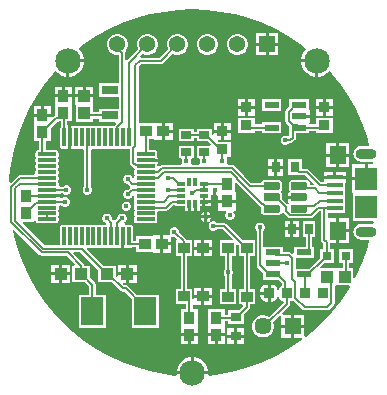
<source format=gbr>
G04*
G04 #@! TF.GenerationSoftware,Altium Limited,Altium Designer,23.3.1 (30)*
G04*
G04 Layer_Physical_Order=1*
G04 Layer_Color=255*
%FSLAX44Y44*%
%MOMM*%
G71*
G04*
G04 #@! TF.SameCoordinates,607B9DED-B9D6-4049-9DE7-3198A38A4F88*
G04*
G04*
G04 #@! TF.FilePolarity,Positive*
G04*
G01*
G75*
%ADD13C,0.1270*%
%ADD16R,0.9700X1.0400*%
G04:AMPARAMS|DCode=17|XSize=0.28mm|YSize=1.56mm|CornerRadius=0.042mm|HoleSize=0mm|Usage=FLASHONLY|Rotation=180.000|XOffset=0mm|YOffset=0mm|HoleType=Round|Shape=RoundedRectangle|*
%AMROUNDEDRECTD17*
21,1,0.2800,1.4760,0,0,180.0*
21,1,0.1960,1.5600,0,0,180.0*
1,1,0.0840,-0.0980,0.7380*
1,1,0.0840,0.0980,0.7380*
1,1,0.0840,0.0980,-0.7380*
1,1,0.0840,-0.0980,-0.7380*
%
%ADD17ROUNDEDRECTD17*%
G04:AMPARAMS|DCode=18|XSize=0.28mm|YSize=1.56mm|CornerRadius=0.042mm|HoleSize=0mm|Usage=FLASHONLY|Rotation=270.000|XOffset=0mm|YOffset=0mm|HoleType=Round|Shape=RoundedRectangle|*
%AMROUNDEDRECTD18*
21,1,0.2800,1.4760,0,0,270.0*
21,1,0.1960,1.5600,0,0,270.0*
1,1,0.0840,-0.7380,-0.0980*
1,1,0.0840,-0.7380,0.0980*
1,1,0.0840,0.7380,0.0980*
1,1,0.0840,0.7380,-0.0980*
%
%ADD18ROUNDEDRECTD18*%
%ADD19R,1.0400X0.9700*%
%ADD20R,1.2600X0.5800*%
G04:AMPARAMS|DCode=21|XSize=1.36mm|YSize=0.6mm|CornerRadius=0.045mm|HoleSize=0mm|Usage=FLASHONLY|Rotation=180.000|XOffset=0mm|YOffset=0mm|HoleType=Round|Shape=RoundedRectangle|*
%AMROUNDEDRECTD21*
21,1,1.3600,0.5100,0,0,180.0*
21,1,1.2700,0.6000,0,0,180.0*
1,1,0.0900,-0.6350,0.2550*
1,1,0.0900,0.6350,0.2550*
1,1,0.0900,0.6350,-0.2550*
1,1,0.0900,-0.6350,-0.2550*
%
%ADD21ROUNDEDRECTD21*%
%ADD22R,0.9700X0.9200*%
%ADD23R,1.0200X1.0400*%
%ADD24R,0.8000X0.8000*%
%ADD25R,1.4478X0.7620*%
%ADD26R,1.0400X1.0200*%
%ADD27R,1.0000X0.9000*%
%ADD28R,0.6500X0.9000*%
%ADD29R,1.2700X0.5588*%
%ADD30R,0.9000X0.6500*%
G04:AMPARAMS|DCode=31|XSize=0.93mm|YSize=0.93mm|CornerRadius=0.2325mm|HoleSize=0mm|Usage=FLASHONLY|Rotation=180.000|XOffset=0mm|YOffset=0mm|HoleType=Round|Shape=RoundedRectangle|*
%AMROUNDEDRECTD31*
21,1,0.9300,0.4650,0,0,180.0*
21,1,0.4650,0.9300,0,0,180.0*
1,1,0.4650,-0.2325,0.2325*
1,1,0.4650,0.2325,0.2325*
1,1,0.4650,0.2325,-0.2325*
1,1,0.4650,-0.2325,-0.2325*
%
%ADD31ROUNDEDRECTD31*%
%ADD32R,0.9300X0.7900*%
%ADD33R,0.7000X0.3000*%
%ADD34R,0.3000X0.7000*%
%ADD35R,1.9000X1.9000*%
%ADD36R,1.4000X1.6000*%
%ADD37R,1.3500X0.4000*%
%ADD38R,0.7900X0.9300*%
%ADD39R,1.9000X2.4000*%
%ADD40R,1.1000X1.0000*%
%ADD74R,1.4500X1.4500*%
%ADD75C,1.4500*%
%ADD76O,1.8000X0.9000*%
%ADD77C,0.5000*%
%ADD78R,1.3700X1.3700*%
%ADD79C,1.3700*%
%ADD80C,0.4064*%
%ADD81C,2.1590*%
G36*
X266196Y408962D02*
X278316Y407527D01*
X290287Y405146D01*
X302034Y401833D01*
X313485Y397609D01*
X324569Y392499D01*
X335218Y386535D01*
X345366Y379754D01*
X349748Y376299D01*
X349823Y375032D01*
X348739Y373948D01*
X346984Y370907D01*
X346075Y367516D01*
Y367030D01*
X359410D01*
Y365760D01*
X360680D01*
Y352425D01*
X361166D01*
X364557Y353334D01*
X367598Y355089D01*
X369274Y356765D01*
X370544Y356740D01*
X372198Y354951D01*
X379754Y345366D01*
X386535Y335218D01*
X392499Y324569D01*
X397609Y313485D01*
X401833Y302034D01*
X403929Y294601D01*
X403163Y293588D01*
X396900D01*
X395195Y293364D01*
X393606Y292706D01*
X392241Y291659D01*
X391194Y290294D01*
X390536Y288705D01*
X390312Y287000D01*
X390536Y285295D01*
X391194Y283706D01*
X392241Y282341D01*
X393606Y281294D01*
X395195Y280636D01*
X396900Y280412D01*
X405900D01*
X407079Y280567D01*
X407329Y279310D01*
X406301Y278040D01*
X402670D01*
Y266000D01*
X401400D01*
Y264730D01*
X389360D01*
Y253960D01*
X389360D01*
X389868Y253532D01*
Y230468D01*
X406640D01*
X407430Y229198D01*
X407079Y227433D01*
X405900Y227588D01*
X396900D01*
X395195Y227364D01*
X393606Y226706D01*
X392241Y225659D01*
X391194Y224294D01*
X390536Y222705D01*
X390312Y221000D01*
X390536Y219295D01*
X391194Y217706D01*
X392241Y216341D01*
X393606Y215294D01*
X395195Y214636D01*
X396900Y214412D01*
X403163D01*
X403929Y213399D01*
X401833Y205966D01*
X397609Y194515D01*
X392499Y183431D01*
X391530Y181702D01*
X390301Y182022D01*
Y189964D01*
X386889D01*
Y194628D01*
X390202D01*
Y206692D01*
X378138D01*
Y194628D01*
X381451D01*
Y189964D01*
X375837D01*
Y189964D01*
X375601D01*
Y189964D01*
X362484D01*
X361958Y191234D01*
X365352Y194628D01*
X373702D01*
Y206692D01*
X370389D01*
Y211460D01*
X375630D01*
Y222000D01*
Y232540D01*
X368479D01*
Y236968D01*
X383432D01*
Y243468D01*
Y249968D01*
Y262460D01*
X383940D01*
Y265730D01*
X374650D01*
X365360D01*
Y263219D01*
X363059D01*
X352780Y273498D01*
X351898Y274087D01*
X350858Y274294D01*
X346922D01*
Y282272D01*
X334958D01*
Y268908D01*
X343992D01*
X344255Y268856D01*
X349731D01*
X356823Y261764D01*
X356297Y260494D01*
X353371D01*
Y262240D01*
X353178Y263208D01*
X352629Y264029D01*
X351808Y264578D01*
X350840Y264771D01*
X338140D01*
X337172Y264578D01*
X336351Y264029D01*
X335802Y263208D01*
X335609Y262240D01*
Y257140D01*
X335802Y256172D01*
X336351Y255351D01*
X336051Y254940D01*
X335984Y254896D01*
X335323Y253907D01*
X335091Y252740D01*
Y251460D01*
X344490D01*
Y248920D01*
X335091D01*
Y247640D01*
X335323Y246473D01*
X335808Y245749D01*
X335582Y244826D01*
X335455Y244778D01*
X334137Y244697D01*
X329871Y248963D01*
Y252740D01*
X329678Y253708D01*
X329129Y254529D01*
Y255351D01*
X329678Y256172D01*
X329871Y257140D01*
Y262240D01*
X329678Y263208D01*
X329129Y264029D01*
X328308Y264578D01*
X327340Y264771D01*
X314640D01*
X313672Y264578D01*
X312851Y264029D01*
X312302Y263208D01*
X312143Y262409D01*
X303636D01*
X297823Y268222D01*
X297707Y268807D01*
X297117Y269690D01*
X289802Y277005D01*
X288920Y277594D01*
X287880Y277801D01*
X283938D01*
X283137Y279071D01*
X283464Y279862D01*
Y281478D01*
X282917Y282798D01*
X283199Y283525D01*
X283545Y284068D01*
X286282D01*
Y297332D01*
X275644D01*
X275298Y297790D01*
X275930Y299060D01*
X278130D01*
Y304930D01*
X272010D01*
Y303550D01*
X270740Y302872D01*
X270692Y302904D01*
Y308442D01*
X257628D01*
Y305879D01*
X255452D01*
Y308442D01*
X242388D01*
Y297878D01*
X255452D01*
Y300441D01*
X257628D01*
Y297878D01*
X266512D01*
X266775Y297826D01*
X266775Y297826D01*
X266909D01*
X269522Y295212D01*
X268996Y293942D01*
X257628D01*
Y283378D01*
X259508D01*
X260357Y282108D01*
X260096Y281478D01*
Y279862D01*
X260423Y279071D01*
X259622Y277801D01*
X253458D01*
X252657Y279071D01*
X252984Y279862D01*
Y281478D01*
X252723Y282108D01*
X253572Y283378D01*
X255452D01*
Y293942D01*
X242388D01*
Y283378D01*
X244268D01*
X245117Y282108D01*
X244856Y281478D01*
Y279862D01*
X245183Y279071D01*
X244382Y277801D01*
X228092D01*
X228092Y277801D01*
X227051Y277594D01*
X226169Y277005D01*
X226169Y277005D01*
X225670Y276506D01*
X224400Y277032D01*
Y277560D01*
X224210Y278517D01*
X224139Y278623D01*
X224688Y279445D01*
X224860Y280310D01*
X214520D01*
Y282850D01*
X224860D01*
X224688Y283715D01*
X224139Y284537D01*
X224210Y284643D01*
X224400Y285600D01*
Y287560D01*
X224210Y288517D01*
X223668Y289328D01*
X222857Y289870D01*
X221900Y290060D01*
X217239D01*
Y299188D01*
X221770D01*
Y298680D01*
X228240D01*
Y306070D01*
Y313460D01*
X221770D01*
Y312952D01*
X208459D01*
Y360824D01*
X210676Y363041D01*
X227330D01*
X228371Y363248D01*
X229253Y363837D01*
X237236Y371820D01*
X237872Y371453D01*
X240131Y370848D01*
X242469D01*
X244728Y371453D01*
X246754Y372623D01*
X248407Y374276D01*
X249577Y376302D01*
X250182Y378561D01*
Y380899D01*
X249577Y383158D01*
X248407Y385184D01*
X246754Y386837D01*
X244728Y388007D01*
X242469Y388612D01*
X240131D01*
X237872Y388007D01*
X235846Y386837D01*
X234193Y385184D01*
X233023Y383158D01*
X232418Y380899D01*
Y378561D01*
X233023Y376302D01*
X233390Y375666D01*
X226204Y368479D01*
X210291D01*
X209765Y369749D01*
X211836Y371820D01*
X212472Y371453D01*
X214731Y370848D01*
X217069D01*
X219328Y371453D01*
X221354Y372623D01*
X223007Y374276D01*
X224177Y376302D01*
X224782Y378561D01*
Y380899D01*
X224177Y383158D01*
X223007Y385184D01*
X221354Y386837D01*
X219328Y388007D01*
X217069Y388612D01*
X214731D01*
X212472Y388007D01*
X210446Y386837D01*
X208793Y385184D01*
X207623Y383158D01*
X207018Y380899D01*
Y378561D01*
X207623Y376302D01*
X207990Y375666D01*
X198448Y366124D01*
X197831Y366227D01*
X197178Y366584D01*
Y372408D01*
X196971Y373448D01*
X196894Y373563D01*
X197607Y374276D01*
X198777Y376302D01*
X199382Y378561D01*
Y380899D01*
X198777Y383158D01*
X197607Y385184D01*
X195954Y386837D01*
X193928Y388007D01*
X191669Y388612D01*
X189331D01*
X187072Y388007D01*
X185046Y386837D01*
X183393Y385184D01*
X182223Y383158D01*
X181618Y380899D01*
Y378561D01*
X182223Y376302D01*
X183393Y374276D01*
X185046Y372623D01*
X187072Y371453D01*
X189331Y370848D01*
X191669D01*
X191740Y370794D01*
Y346710D01*
X174879D01*
Y335026D01*
X191740D01*
Y325374D01*
X174879D01*
Y322251D01*
X169692D01*
Y328540D01*
X170200D01*
Y335010D01*
X162560D01*
X154920D01*
Y328540D01*
X155428D01*
Y314348D01*
X169692D01*
Y316813D01*
X174879D01*
Y313690D01*
X188805D01*
X189291Y312517D01*
X188491Y311717D01*
X187902Y310835D01*
X187157Y310570D01*
X186200Y310760D01*
X184240D01*
X183283Y310570D01*
X182720Y310193D01*
X182157Y310570D01*
X181200Y310760D01*
X179240D01*
X178283Y310570D01*
X177720Y310193D01*
X177157Y310570D01*
X176200Y310760D01*
X174240D01*
X173283Y310570D01*
X172720Y310193D01*
X172157Y310570D01*
X171200Y310760D01*
X169240D01*
X168283Y310570D01*
X167720Y310193D01*
X167157Y310570D01*
X166200Y310760D01*
X164240D01*
X163283Y310570D01*
X162720Y310193D01*
X162157Y310570D01*
X161200Y310760D01*
X159240D01*
X158283Y310570D01*
X157720Y310193D01*
X157157Y310570D01*
X156200Y310760D01*
X154240D01*
X153283Y310570D01*
X153177Y310499D01*
X152355Y311048D01*
X151490Y311220D01*
Y300880D01*
Y290540D01*
X152355Y290712D01*
X153177Y291261D01*
X153283Y291190D01*
X154240Y291000D01*
X156200D01*
X157157Y291190D01*
X157720Y291567D01*
X158283Y291190D01*
X159240Y291000D01*
X161200D01*
X162381Y289940D01*
Y259568D01*
X161655Y258842D01*
X161036Y257348D01*
Y255732D01*
X161655Y254238D01*
X162798Y253095D01*
X164292Y252476D01*
X165908D01*
X167402Y253095D01*
X168545Y254238D01*
X169164Y255732D01*
Y257348D01*
X168545Y258842D01*
X167819Y259568D01*
Y290089D01*
X169089Y291030D01*
X169240Y291000D01*
X171200D01*
X172157Y291190D01*
X172720Y291567D01*
X173283Y291190D01*
X174240Y291000D01*
X176200D01*
X177157Y291190D01*
X177720Y291567D01*
X178283Y291190D01*
X179240Y291000D01*
X181200D01*
X182157Y291190D01*
X182720Y291567D01*
X183283Y291190D01*
X184240Y291000D01*
X186200D01*
X187157Y291190D01*
X187720Y291567D01*
X188283Y291190D01*
X189240Y291000D01*
X191200D01*
X192157Y291190D01*
X192720Y291567D01*
X193283Y291190D01*
X194240Y291000D01*
X196200D01*
X197157Y291190D01*
X197720Y291567D01*
X198283Y291190D01*
X199240Y291000D01*
X201200D01*
X201334Y290890D01*
Y279321D01*
X201541Y278281D01*
X202130Y277398D01*
X204107Y275422D01*
X204107Y275422D01*
X204762Y274984D01*
X204830Y274643D01*
X205207Y274080D01*
X204830Y273517D01*
X204640Y272560D01*
Y270600D01*
X204830Y269643D01*
X205207Y269080D01*
X204830Y268517D01*
X204640Y267560D01*
Y266441D01*
X203454Y266238D01*
X202835Y267732D01*
X201692Y268875D01*
X200198Y269494D01*
X198582D01*
X197088Y268875D01*
X195945Y267732D01*
X195326Y266238D01*
Y264622D01*
X195945Y263128D01*
X197088Y261985D01*
X198582Y261366D01*
X199608D01*
X201094Y259881D01*
X201224Y259080D01*
X201094Y258279D01*
X199608Y256794D01*
X198582D01*
X197088Y256175D01*
X195945Y255032D01*
X195326Y253538D01*
Y251922D01*
X195945Y250428D01*
X197088Y249285D01*
X198582Y248666D01*
X200198D01*
X201692Y249285D01*
X202835Y250428D01*
X203454Y251922D01*
X204640Y251719D01*
Y250600D01*
X204830Y249643D01*
X205207Y249080D01*
X204830Y248517D01*
X204640Y247560D01*
Y245600D01*
X204830Y244643D01*
X205207Y244080D01*
X204830Y243517D01*
X204640Y242560D01*
Y240600D01*
X204830Y239643D01*
X205207Y239080D01*
X204830Y238517D01*
X204640Y237560D01*
Y235600D01*
X204830Y234643D01*
X205207Y234080D01*
X204830Y233517D01*
X204640Y232560D01*
Y230600D01*
X204830Y229643D01*
X205372Y228832D01*
X206183Y228290D01*
X207140Y228100D01*
X221900D01*
X222857Y228290D01*
X223668Y228832D01*
X224210Y229643D01*
X224400Y230600D01*
Y232560D01*
X224210Y233517D01*
X223833Y234080D01*
X224210Y234643D01*
X224400Y235600D01*
Y237560D01*
X224394Y237591D01*
X225391Y238861D01*
X231420D01*
X232461Y239068D01*
X233343Y239657D01*
X237466Y243781D01*
X238968D01*
Y242968D01*
X247460D01*
Y238460D01*
X250230D01*
Y244500D01*
X252770D01*
Y238460D01*
X255230D01*
Y244500D01*
X257770D01*
Y238460D01*
X260540D01*
Y242460D01*
X262230D01*
Y246500D01*
X263500D01*
Y247770D01*
X269540D01*
Y251925D01*
X270810Y252519D01*
X271780Y252117D01*
Y256540D01*
X274320D01*
Y252117D01*
X274550Y252213D01*
X275820Y251364D01*
Y248010D01*
X283210D01*
X290600D01*
Y254480D01*
X290092D01*
Y261933D01*
X291265Y262419D01*
X311084Y242600D01*
X311966Y242011D01*
X312038Y241996D01*
X312109Y241925D01*
Y238140D01*
X312302Y237172D01*
X312851Y236351D01*
X313672Y235802D01*
X314640Y235609D01*
X327340D01*
X328308Y235802D01*
X329129Y236351D01*
X329561Y236996D01*
X330373Y237170D01*
X330972Y237169D01*
X331204Y236823D01*
X334926Y233100D01*
X335808Y232511D01*
X336849Y232304D01*
X336849Y232304D01*
X354010D01*
X355051Y232511D01*
X355933Y233100D01*
X361114Y238281D01*
X363041D01*
Y214368D01*
X363248Y213328D01*
X363837Y212446D01*
X364951Y211332D01*
Y206692D01*
X361638D01*
Y198606D01*
X352770Y189738D01*
X341456D01*
Y198509D01*
X341762Y198882D01*
X356616D01*
Y208534D01*
X355409D01*
Y216988D01*
X357972D01*
Y230052D01*
X347408D01*
Y216988D01*
X349971D01*
Y208534D01*
X339852D01*
Y202899D01*
X338679Y202412D01*
X337619Y203472D01*
X336737Y204061D01*
X335697Y204268D01*
X330708D01*
Y208534D01*
X313944D01*
X313869Y209773D01*
Y221762D01*
X314595Y222488D01*
X315214Y223982D01*
Y225598D01*
X314595Y227092D01*
X313452Y228235D01*
X311958Y228854D01*
X310342D01*
X308848Y228235D01*
X307705Y227092D01*
X307086Y225598D01*
Y223982D01*
X307705Y222488D01*
X308431Y221762D01*
Y192532D01*
X308638Y191491D01*
X309227Y190609D01*
X313944Y185892D01*
Y180086D01*
X326862D01*
X329481Y177468D01*
Y175082D01*
X328424Y174376D01*
X327461Y172935D01*
X327296Y172109D01*
X326002D01*
X325798Y173133D01*
X324722Y174742D01*
X323113Y175818D01*
X321215Y176195D01*
X320160D01*
Y168910D01*
Y161625D01*
X321215D01*
X323113Y162002D01*
X324722Y163078D01*
X325798Y164687D01*
X326002Y165711D01*
X327296D01*
X327461Y164885D01*
X328424Y163444D01*
X329865Y162481D01*
X331048Y162246D01*
X331169Y161024D01*
X318852Y148708D01*
X317273Y149619D01*
X314912Y150252D01*
X312468D01*
X310107Y149619D01*
X307991Y148397D01*
X306263Y146669D01*
X305041Y144553D01*
X304408Y142192D01*
Y139748D01*
X305041Y137387D01*
X306263Y135271D01*
X307991Y133543D01*
X310107Y132321D01*
X312468Y131688D01*
X314912D01*
X317273Y132321D01*
X319389Y133543D01*
X321117Y135271D01*
X322339Y137387D01*
X322972Y139748D01*
Y142192D01*
X322350Y144514D01*
X328030Y150194D01*
X329300Y149668D01*
Y142240D01*
X337820D01*
Y150760D01*
X330392D01*
X329866Y152030D01*
X335813Y157977D01*
X335813Y157977D01*
X336402Y158859D01*
X336609Y159900D01*
Y162221D01*
X337915Y162481D01*
X339311Y163414D01*
X347168Y155557D01*
X348050Y154968D01*
X349090Y154761D01*
X368300D01*
X369341Y154968D01*
X370223Y155557D01*
X373610Y158944D01*
X374199Y159826D01*
X374406Y160867D01*
Y175519D01*
X375601Y175700D01*
X375837D01*
Y175700D01*
X386913D01*
X387556Y174604D01*
X386535Y172782D01*
X379754Y162634D01*
X372198Y153049D01*
X363913Y144087D01*
X354951Y135802D01*
X350150Y132017D01*
X348880Y132633D01*
Y139700D01*
X340360D01*
Y131180D01*
X347037D01*
X347477Y129910D01*
X345366Y128246D01*
X335218Y121465D01*
X324569Y115501D01*
X313485Y110391D01*
X302034Y106167D01*
X290287Y102854D01*
X278316Y100473D01*
X268378Y99297D01*
X267445Y100330D01*
X240555D01*
X239622Y99297D01*
X229684Y100473D01*
X217713Y102854D01*
X205966Y106167D01*
X194515Y110391D01*
X183431Y115501D01*
X172782Y121465D01*
X162634Y128246D01*
X153049Y135802D01*
X144087Y144087D01*
X135802Y153049D01*
X128246Y162634D01*
X121465Y172782D01*
X115501Y183431D01*
X110391Y194515D01*
X106167Y205966D01*
X102854Y217713D01*
X101931Y222353D01*
X103051Y222952D01*
X124415Y201588D01*
X125297Y200999D01*
X126338Y200792D01*
X147318D01*
X154484Y193625D01*
X153998Y192452D01*
X152098D01*
Y178388D01*
X163316D01*
X166551Y175154D01*
Y167702D01*
X157738D01*
Y139638D01*
X180802D01*
Y167702D01*
X171989D01*
Y176280D01*
X171782Y177321D01*
X171193Y178203D01*
X171193Y178203D01*
X167162Y182234D01*
Y192452D01*
X162324D01*
X162142Y193366D01*
X161553Y194248D01*
X152880Y202920D01*
X153366Y204094D01*
X158981D01*
X174468Y188606D01*
Y178388D01*
X185686D01*
X192952Y171122D01*
X192952Y171122D01*
X193834Y170533D01*
X194875Y170326D01*
X194875Y170326D01*
X196269D01*
X202738Y163856D01*
Y139638D01*
X225802D01*
Y167702D01*
X206584D01*
X199318Y174968D01*
X198436Y175557D01*
X197395Y175764D01*
X196001D01*
X195059Y176707D01*
X195545Y177880D01*
X197730D01*
Y184150D01*
X190960D01*
Y183821D01*
X189690Y183143D01*
X189532Y183248D01*
Y192452D01*
X178314D01*
X164636Y206130D01*
X165162Y207400D01*
X166200D01*
X167157Y207590D01*
X167720Y207967D01*
X168283Y207590D01*
X169240Y207400D01*
X171200D01*
X172157Y207590D01*
X172720Y207967D01*
X173283Y207590D01*
X174240Y207400D01*
X176200D01*
X177157Y207590D01*
X177720Y207967D01*
X178283Y207590D01*
X179240Y207400D01*
X181200D01*
X182157Y207590D01*
X182720Y207967D01*
X183283Y207590D01*
X184240Y207400D01*
X186200D01*
X187157Y207590D01*
X187720Y207967D01*
X188283Y207590D01*
X189240Y207400D01*
X191200D01*
X192157Y207590D01*
X192263Y207661D01*
X193085Y207112D01*
X193950Y206940D01*
Y217280D01*
X196490D01*
Y206940D01*
X197355Y207112D01*
X198177Y207661D01*
X198283Y207590D01*
X199240Y207400D01*
X201200D01*
X202157Y207590D01*
X202921Y208101D01*
X206488D01*
Y203938D01*
X220500D01*
Y203430D01*
X226970D01*
Y210820D01*
X228240D01*
D01*
X226970D01*
Y218210D01*
X220500D01*
Y217702D01*
X206488D01*
Y213539D01*
X203700D01*
Y224660D01*
X203510Y225617D01*
X202968Y226428D01*
X202157Y226970D01*
X201200Y227160D01*
X199240D01*
X198283Y226970D01*
X198177Y226899D01*
X197355Y227448D01*
X196622Y227594D01*
X196492Y228915D01*
X196612Y228965D01*
X197755Y230108D01*
X198374Y231602D01*
Y233218D01*
X197755Y234712D01*
X196612Y235855D01*
X195118Y236474D01*
X193502D01*
X192008Y235855D01*
X190865Y234712D01*
X190246Y233218D01*
Y232192D01*
X188713Y230659D01*
X187325Y230647D01*
X187152Y230719D01*
X187111Y230754D01*
X185674Y232192D01*
Y233218D01*
X185055Y234712D01*
X183912Y235855D01*
X182418Y236474D01*
X180802D01*
X179308Y235855D01*
X178165Y234712D01*
X177546Y233218D01*
Y231602D01*
X178165Y230108D01*
X179308Y228965D01*
X180802Y228346D01*
X180599Y227160D01*
X179240D01*
X178283Y226970D01*
X177720Y226593D01*
X177157Y226970D01*
X176200Y227160D01*
X174240D01*
X173283Y226970D01*
X172720Y226593D01*
X172157Y226970D01*
X171200Y227160D01*
X169240D01*
X168283Y226970D01*
X167720Y226593D01*
X167157Y226970D01*
X166200Y227160D01*
X164240D01*
X163283Y226970D01*
X162720Y226593D01*
X162157Y226970D01*
X161200Y227160D01*
X159240D01*
X158283Y226970D01*
X157720Y226593D01*
X157157Y226970D01*
X156200Y227160D01*
X154240D01*
X153283Y226970D01*
X152720Y226593D01*
X152157Y226970D01*
X151200Y227160D01*
X149240D01*
X148283Y226970D01*
X147720Y226593D01*
X147157Y226970D01*
X146200Y227160D01*
X144240D01*
X143283Y226970D01*
X142472Y226428D01*
X141930Y225617D01*
X141740Y224660D01*
Y209900D01*
X141438Y209532D01*
X128832D01*
X110189Y228175D01*
X110675Y229348D01*
X119912D01*
Y229761D01*
X121182Y229886D01*
X121230Y229643D01*
X121772Y228832D01*
X122583Y228290D01*
X123540Y228100D01*
X138300D01*
X139257Y228290D01*
X140068Y228832D01*
X140610Y229643D01*
X140800Y230600D01*
Y232560D01*
X140610Y233517D01*
X140233Y234080D01*
X140610Y234643D01*
X140800Y235600D01*
Y237560D01*
X140610Y238517D01*
X140233Y239080D01*
X140610Y239643D01*
X140800Y240600D01*
Y242560D01*
X141717Y243603D01*
X143052Y243631D01*
X143748Y242935D01*
X145242Y242316D01*
X146858D01*
X148352Y242935D01*
X149495Y244078D01*
X150114Y245572D01*
Y247188D01*
X149495Y248682D01*
X148352Y249825D01*
X146858Y250444D01*
X145242D01*
X143748Y249825D01*
X143458Y249536D01*
X142113Y249586D01*
X141532Y250310D01*
X130920D01*
Y252850D01*
X141545D01*
X142358Y253841D01*
X144272D01*
X145018Y253095D01*
X146512Y252476D01*
X148128D01*
X149622Y253095D01*
X150765Y254238D01*
X151384Y255732D01*
Y257348D01*
X150765Y258842D01*
X149622Y259985D01*
X148128Y260604D01*
X146512D01*
X145018Y259985D01*
X144312Y259279D01*
X141778D01*
X140790Y260549D01*
X140800Y260600D01*
Y262560D01*
X140610Y263517D01*
X140233Y264080D01*
X140610Y264643D01*
X140800Y265600D01*
Y267560D01*
X140610Y268517D01*
X140233Y269080D01*
X140610Y269643D01*
X140800Y270600D01*
Y272560D01*
X140610Y273517D01*
X140233Y274080D01*
X140610Y274643D01*
X140800Y275600D01*
Y277560D01*
X140610Y278517D01*
X140233Y279080D01*
X140610Y279643D01*
X140800Y280600D01*
Y282560D01*
X140610Y283517D01*
X140233Y284080D01*
X140610Y284643D01*
X140800Y285600D01*
Y287560D01*
X140610Y288517D01*
X140068Y289328D01*
X139257Y289870D01*
X138300Y290060D01*
X129719D01*
Y297928D01*
X133882D01*
Y308546D01*
X139721Y314386D01*
X140575D01*
X140838Y314438D01*
X142501D01*
Y310047D01*
X142472Y310028D01*
X141930Y309217D01*
X141740Y308260D01*
Y293500D01*
X141930Y292543D01*
X142472Y291732D01*
X143283Y291190D01*
X144240Y291000D01*
X146200D01*
X147157Y291190D01*
X147263Y291261D01*
X148085Y290712D01*
X148950Y290540D01*
Y300880D01*
Y311485D01*
X147939Y312314D01*
Y314438D01*
X151662D01*
Y328450D01*
X152170D01*
Y334920D01*
X144780D01*
X137390D01*
Y328450D01*
X137898D01*
Y319686D01*
X137554Y319617D01*
X136672Y319028D01*
X136672Y319028D01*
X135563Y317919D01*
X134390Y318405D01*
Y318410D01*
X127000D01*
X119610D01*
Y311940D01*
X120118D01*
Y297928D01*
X124281D01*
Y290060D01*
X123540D01*
X122583Y289870D01*
X121772Y289328D01*
X121230Y288517D01*
X121040Y287560D01*
Y285600D01*
X121230Y284643D01*
X121607Y284080D01*
X121230Y283517D01*
X121040Y282560D01*
Y280600D01*
X121230Y279643D01*
X121607Y279080D01*
X121230Y278517D01*
X121040Y277560D01*
Y275600D01*
X121230Y274643D01*
X121607Y274080D01*
X121230Y273517D01*
X121040Y272560D01*
Y270600D01*
X121046Y270569D01*
X120049Y269299D01*
X108240D01*
X107200Y269092D01*
X106318Y268503D01*
X100158Y262343D01*
X98908Y262890D01*
X99038Y266196D01*
X100473Y278316D01*
X102854Y290287D01*
X106167Y302034D01*
X110391Y313485D01*
X115501Y324569D01*
X121465Y335218D01*
X128246Y345366D01*
X135802Y354951D01*
X137456Y356740D01*
X138726Y356765D01*
X140402Y355089D01*
X143443Y353334D01*
X146834Y352425D01*
X147320D01*
Y365760D01*
X148590D01*
Y367030D01*
X161925D01*
Y367516D01*
X161016Y370907D01*
X159261Y373948D01*
X158177Y375032D01*
X158252Y376299D01*
X162634Y379754D01*
X172782Y386535D01*
X183431Y392499D01*
X194515Y397609D01*
X205966Y401833D01*
X217713Y405146D01*
X229684Y407527D01*
X241804Y408962D01*
X254000Y409441D01*
X266196Y408962D01*
D02*
G37*
%LPC*%
G36*
X326890Y389120D02*
X318770D01*
Y381000D01*
X326890D01*
Y389120D01*
D02*
G37*
G36*
X316230D02*
X308110D01*
Y381000D01*
X316230D01*
Y389120D01*
D02*
G37*
G36*
X293269Y388612D02*
X290931D01*
X288672Y388007D01*
X286646Y386837D01*
X284993Y385184D01*
X283823Y383158D01*
X283218Y380899D01*
Y378561D01*
X283823Y376302D01*
X284993Y374276D01*
X286646Y372623D01*
X288672Y371453D01*
X290931Y370848D01*
X293269D01*
X295528Y371453D01*
X297554Y372623D01*
X299207Y374276D01*
X300377Y376302D01*
X300982Y378561D01*
Y380899D01*
X300377Y383158D01*
X299207Y385184D01*
X297554Y386837D01*
X295528Y388007D01*
X293269Y388612D01*
D02*
G37*
G36*
X267869D02*
X265531D01*
X263272Y388007D01*
X261246Y386837D01*
X259593Y385184D01*
X258423Y383158D01*
X257818Y380899D01*
Y378561D01*
X258423Y376302D01*
X259593Y374276D01*
X261246Y372623D01*
X263272Y371453D01*
X265531Y370848D01*
X267869D01*
X270128Y371453D01*
X272154Y372623D01*
X273807Y374276D01*
X274977Y376302D01*
X275582Y378561D01*
Y380899D01*
X274977Y383158D01*
X273807Y385184D01*
X272154Y386837D01*
X270128Y388007D01*
X267869Y388612D01*
D02*
G37*
G36*
X326890Y378460D02*
X318770D01*
Y370340D01*
X326890D01*
Y378460D01*
D02*
G37*
G36*
X316230D02*
X308110D01*
Y370340D01*
X316230D01*
Y378460D01*
D02*
G37*
G36*
X358140Y364490D02*
X346075D01*
Y364004D01*
X346984Y360613D01*
X348739Y357572D01*
X351222Y355089D01*
X354263Y353334D01*
X357654Y352425D01*
X358140D01*
Y364490D01*
D02*
G37*
G36*
X161925D02*
X149860D01*
Y352425D01*
X150346D01*
X153737Y353334D01*
X156778Y355089D01*
X159261Y357572D01*
X161016Y360613D01*
X161925Y364004D01*
Y364490D01*
D02*
G37*
G36*
X170200Y344020D02*
X163830D01*
Y337550D01*
X170200D01*
Y344020D01*
D02*
G37*
G36*
X161290D02*
X154920D01*
Y337550D01*
X161290D01*
Y344020D01*
D02*
G37*
G36*
X152170Y343930D02*
X146050D01*
Y337460D01*
X152170D01*
Y343930D01*
D02*
G37*
G36*
X143510D02*
X137390D01*
Y337460D01*
X143510D01*
Y343930D01*
D02*
G37*
G36*
X373150Y333660D02*
X367030D01*
Y327790D01*
X373150D01*
Y333660D01*
D02*
G37*
G36*
X307110D02*
X300990D01*
Y327790D01*
X307110D01*
Y333660D01*
D02*
G37*
G36*
X298450D02*
X292330D01*
Y327790D01*
X298450D01*
Y333660D01*
D02*
G37*
G36*
X364490D02*
X358370D01*
Y327790D01*
X364490D01*
Y333660D01*
D02*
G37*
G36*
X329322Y333202D02*
X312658D01*
Y323338D01*
X329322D01*
Y333202D01*
D02*
G37*
G36*
X134390Y327420D02*
X128270D01*
Y320950D01*
X134390D01*
Y327420D01*
D02*
G37*
G36*
X125730D02*
X119610D01*
Y320950D01*
X125730D01*
Y327420D01*
D02*
G37*
G36*
X373150Y325250D02*
X367030D01*
Y319380D01*
X373150D01*
Y325250D01*
D02*
G37*
G36*
X364490D02*
X358370D01*
Y319380D01*
X364490D01*
Y325250D01*
D02*
G37*
G36*
X307110D02*
X300990D01*
Y319380D01*
X307110D01*
Y325250D01*
D02*
G37*
G36*
X298450D02*
X292330D01*
Y319380D01*
X298450D01*
Y325250D01*
D02*
G37*
G36*
X286790Y313340D02*
X280670D01*
Y307470D01*
X286790D01*
Y313340D01*
D02*
G37*
G36*
X278130D02*
X272010D01*
Y307470D01*
X278130D01*
Y313340D01*
D02*
G37*
G36*
X237250Y313460D02*
X230780D01*
Y307340D01*
X237250D01*
Y313460D01*
D02*
G37*
G36*
X352822Y333202D02*
X336158D01*
Y327184D01*
X335378Y326404D01*
X335163Y326260D01*
X335162Y326260D01*
X333600Y324697D01*
X333011Y323815D01*
X332804Y322775D01*
Y314765D01*
X333011Y313725D01*
X333600Y312843D01*
X336158Y310285D01*
Y307268D01*
X336106Y307005D01*
Y302628D01*
X335629Y302299D01*
X334836Y301981D01*
X333548Y302514D01*
X331932D01*
X330438Y301895D01*
X329295Y300752D01*
X328676Y299258D01*
Y297642D01*
X329295Y296148D01*
X330438Y295005D01*
X331932Y294386D01*
X333548D01*
X335042Y295005D01*
X335895Y295858D01*
X336677D01*
X337718Y296065D01*
X338600Y296654D01*
X340748Y298802D01*
X340748Y298802D01*
X341337Y299684D01*
X341544Y300725D01*
Y304338D01*
X352822D01*
Y306551D01*
X358878D01*
Y304388D01*
X372642D01*
Y317652D01*
X358878D01*
Y311989D01*
X352822D01*
Y313330D01*
X353330D01*
Y317500D01*
X344490D01*
Y320040D01*
X353330D01*
Y324210D01*
X352822D01*
Y333202D01*
D02*
G37*
G36*
X306602Y317652D02*
X292838D01*
Y304388D01*
X306602D01*
Y306551D01*
X312658D01*
Y304338D01*
X329322D01*
Y314202D01*
X312658D01*
Y311989D01*
X306602D01*
Y317652D01*
D02*
G37*
G36*
X286790Y304930D02*
X280670D01*
Y299060D01*
X286790D01*
Y304930D01*
D02*
G37*
G36*
X237250Y304800D02*
X230780D01*
Y298680D01*
X237250D01*
Y304800D01*
D02*
G37*
G36*
X386440Y296540D02*
X378170D01*
Y287270D01*
X386440D01*
Y296540D01*
D02*
G37*
G36*
X375630D02*
X367360D01*
Y287270D01*
X375630D01*
Y296540D01*
D02*
G37*
G36*
X331030Y282780D02*
X325810D01*
Y276860D01*
X331030D01*
Y282780D01*
D02*
G37*
G36*
X323270D02*
X318050D01*
Y276860D01*
X323270D01*
Y282780D01*
D02*
G37*
G36*
X386440Y284730D02*
X378170D01*
Y275460D01*
X386440D01*
Y284730D01*
D02*
G37*
G36*
X375630D02*
X367360D01*
Y275460D01*
X375630D01*
Y284730D01*
D02*
G37*
G36*
X331030Y274320D02*
X325810D01*
Y268400D01*
X331030D01*
Y274320D01*
D02*
G37*
G36*
X323270D02*
X318050D01*
Y268400D01*
X323270D01*
Y274320D01*
D02*
G37*
G36*
X383940Y271540D02*
X375920D01*
Y268270D01*
X383940D01*
Y271540D01*
D02*
G37*
G36*
X373380D02*
X365360D01*
Y268270D01*
X373380D01*
Y271540D01*
D02*
G37*
G36*
X400130Y278040D02*
X389360D01*
Y267270D01*
X400130D01*
Y278040D01*
D02*
G37*
G36*
X269540Y245230D02*
X264770D01*
Y242460D01*
X269540D01*
Y245230D01*
D02*
G37*
G36*
X198928Y246634D02*
X197312D01*
X195818Y246015D01*
X194675Y244872D01*
X194056Y243378D01*
Y241762D01*
X194675Y240268D01*
X195818Y239125D01*
X197312Y238506D01*
X198928D01*
X200422Y239125D01*
X201565Y240268D01*
X202184Y241762D01*
Y243378D01*
X201565Y244872D01*
X200422Y246015D01*
X198928Y246634D01*
D02*
G37*
G36*
X266700Y238103D02*
Y234950D01*
X269853D01*
X269306Y236270D01*
X268020Y237556D01*
X266700Y238103D01*
D02*
G37*
G36*
X264160D02*
X262840Y237556D01*
X261554Y236270D01*
X261007Y234950D01*
X264160D01*
Y238103D01*
D02*
G37*
G36*
X290600Y245470D02*
X283210D01*
X275820D01*
Y239000D01*
X282257D01*
X282783Y237730D01*
X282305Y237252D01*
X281686Y235758D01*
Y234142D01*
X282305Y232648D01*
X283448Y231505D01*
X284942Y230886D01*
X286558D01*
X288052Y231505D01*
X289195Y232648D01*
X289814Y234142D01*
Y235758D01*
X289195Y237252D01*
X288717Y237730D01*
X289243Y239000D01*
X290600D01*
Y245470D01*
D02*
G37*
G36*
X264160Y232410D02*
X261007D01*
X261554Y231090D01*
X262840Y229804D01*
X264160Y229257D01*
Y232410D01*
D02*
G37*
G36*
X343980Y230560D02*
X339460D01*
Y224790D01*
X343980D01*
Y230560D01*
D02*
G37*
G36*
X336920D02*
X332400D01*
Y224790D01*
X336920D01*
Y230560D01*
D02*
G37*
G36*
X386440Y232540D02*
X378170D01*
Y223270D01*
X386440D01*
Y232540D01*
D02*
G37*
G36*
X343980Y222250D02*
X339460D01*
Y216480D01*
X343980D01*
Y222250D01*
D02*
G37*
G36*
X336920D02*
X332400D01*
Y216480D01*
X336920D01*
Y222250D01*
D02*
G37*
G36*
X386440Y220730D02*
X378170D01*
Y211460D01*
X386440D01*
Y220730D01*
D02*
G37*
G36*
X270401Y214310D02*
X264131D01*
Y208540D01*
X270401D01*
Y214310D01*
D02*
G37*
G36*
X261591D02*
X255321D01*
Y208540D01*
X261591D01*
Y214310D01*
D02*
G37*
G36*
X235980Y209550D02*
X229510D01*
Y203430D01*
X235980D01*
Y209550D01*
D02*
G37*
G36*
X270401Y206000D02*
X264131D01*
Y200230D01*
X270401D01*
Y206000D01*
D02*
G37*
G36*
X261591D02*
X255321D01*
Y200230D01*
X261591D01*
Y206000D01*
D02*
G37*
G36*
X150670Y192960D02*
X143900D01*
Y186690D01*
X150670D01*
Y192960D01*
D02*
G37*
G36*
X207040D02*
X200270D01*
Y186690D01*
X207040D01*
Y192960D01*
D02*
G37*
G36*
X197730D02*
X190960D01*
Y186690D01*
X197730D01*
Y192960D01*
D02*
G37*
G36*
X141360D02*
X134590D01*
Y186690D01*
X141360D01*
Y192960D01*
D02*
G37*
G36*
X207040Y184150D02*
X200270D01*
Y177880D01*
X207040D01*
Y184150D01*
D02*
G37*
G36*
X150670D02*
X143900D01*
Y177880D01*
X150670D01*
Y184150D01*
D02*
G37*
G36*
X141360D02*
X134590D01*
Y177880D01*
X141360D01*
Y184150D01*
D02*
G37*
G36*
X317620Y176195D02*
X316565D01*
X314667Y175818D01*
X313057Y174742D01*
X311982Y173133D01*
X311605Y171235D01*
Y170180D01*
X317620D01*
Y176195D01*
D02*
G37*
G36*
X270401Y173310D02*
X264131D01*
Y167540D01*
X270401D01*
Y173310D01*
D02*
G37*
G36*
X261591D02*
X255321D01*
Y167540D01*
X261591D01*
Y173310D01*
D02*
G37*
G36*
X317620Y167640D02*
X311605D01*
Y166585D01*
X311982Y164687D01*
X313057Y163078D01*
X314667Y162002D01*
X316565Y161625D01*
X317620D01*
Y167640D01*
D02*
G37*
G36*
X270401Y165000D02*
X264131D01*
Y159230D01*
X270401D01*
Y165000D01*
D02*
G37*
G36*
X269853Y232410D02*
X266700D01*
Y229257D01*
X267674Y229661D01*
X268020Y229804D01*
X268851Y228878D01*
X268335Y228362D01*
X267716Y226868D01*
Y225252D01*
X268335Y223758D01*
X269478Y222615D01*
X270972Y221996D01*
X272588D01*
X274082Y222615D01*
X274808Y223341D01*
X279604D01*
X288049Y214895D01*
X287563Y213722D01*
X277068D01*
Y200658D01*
X281761D01*
Y189718D01*
X281035Y188992D01*
X280416Y187498D01*
Y185882D01*
X281035Y184388D01*
X281761Y183662D01*
Y172722D01*
X277068D01*
Y159658D01*
X291132D01*
Y172722D01*
X287199D01*
Y183662D01*
X287925Y184388D01*
X288544Y185882D01*
Y187498D01*
X287925Y188992D01*
X287199Y189718D01*
Y200658D01*
X291132D01*
Y209821D01*
X292323Y210343D01*
X293068Y209743D01*
Y200658D01*
X297381D01*
Y172722D01*
X293068D01*
Y159658D01*
X296376D01*
X296902Y158388D01*
X293666Y155152D01*
X284148D01*
Y150949D01*
X281202D01*
Y155462D01*
X267438D01*
Y141450D01*
X266930D01*
Y134980D01*
X274320D01*
X281710D01*
Y141450D01*
X281202D01*
Y145511D01*
X284148D01*
Y143188D01*
X297512D01*
Y151306D01*
X302023Y155817D01*
X302023Y155817D01*
X302612Y156699D01*
X302819Y157740D01*
Y159658D01*
X307132D01*
Y172722D01*
X302819D01*
Y200658D01*
X307132D01*
Y213722D01*
X296914D01*
X282653Y227983D01*
X281771Y228572D01*
X280730Y228779D01*
X274808D01*
X274082Y229505D01*
X272588Y230124D01*
X270972D01*
X269824Y229648D01*
X269478Y229505D01*
X268647Y230431D01*
X268899Y230684D01*
X269306Y231090D01*
X269853Y232410D01*
D02*
G37*
G36*
X348880Y150760D02*
X340360D01*
Y142240D01*
X348880D01*
Y150760D01*
D02*
G37*
G36*
X239568Y225044D02*
X237952D01*
X236458Y224425D01*
X235315Y223282D01*
X234696Y221788D01*
Y220172D01*
X234982Y219480D01*
X234134Y218210D01*
X229510D01*
Y212090D01*
X235980D01*
Y216358D01*
X237250Y217207D01*
X237952Y216916D01*
X238978D01*
X240919Y214975D01*
X240433Y213802D01*
X239829D01*
Y200738D01*
X244142D01*
Y172802D01*
X239829D01*
Y159738D01*
X248741D01*
Y155462D01*
X244578D01*
Y141450D01*
X244070D01*
Y134980D01*
X251460D01*
X258850D01*
Y141450D01*
X258342D01*
Y155462D01*
X254179D01*
Y158920D01*
X255321Y159230D01*
X255449Y159230D01*
X261591D01*
Y165000D01*
X255321D01*
Y164401D01*
X254051Y163895D01*
X253893Y164061D01*
Y172802D01*
X249580D01*
Y200738D01*
X253893D01*
Y213802D01*
X249304D01*
X249257Y214036D01*
X248668Y214918D01*
X248668Y214918D01*
X242824Y220762D01*
Y221788D01*
X242205Y223282D01*
X241062Y224425D01*
X239568Y225044D01*
D02*
G37*
G36*
X298020Y139260D02*
X292100D01*
Y134040D01*
X298020D01*
Y139260D01*
D02*
G37*
G36*
X289560D02*
X283640D01*
Y134040D01*
X289560D01*
Y139260D01*
D02*
G37*
G36*
X337820Y139700D02*
X329300D01*
Y131180D01*
X337820D01*
Y139700D01*
D02*
G37*
G36*
X298020Y131500D02*
X292100D01*
Y126280D01*
X298020D01*
Y131500D01*
D02*
G37*
G36*
X289560D02*
X283640D01*
Y126280D01*
X289560D01*
Y131500D01*
D02*
G37*
G36*
X281710Y132440D02*
X275590D01*
Y125970D01*
X281710D01*
Y132440D01*
D02*
G37*
G36*
X273050D02*
X266930D01*
Y125970D01*
X273050D01*
Y132440D01*
D02*
G37*
G36*
X258850D02*
X252730D01*
Y125970D01*
X258850D01*
Y132440D01*
D02*
G37*
G36*
X250190D02*
X244070D01*
Y125970D01*
X250190D01*
Y132440D01*
D02*
G37*
G36*
X255756Y114935D02*
X255270D01*
Y102870D01*
X267335D01*
Y103356D01*
X266426Y106747D01*
X264671Y109788D01*
X262188Y112271D01*
X259147Y114026D01*
X255756Y114935D01*
D02*
G37*
G36*
X252730D02*
X252244D01*
X248853Y114026D01*
X245812Y112271D01*
X243329Y109788D01*
X241574Y106747D01*
X240665Y103356D01*
Y102870D01*
X252730D01*
Y114935D01*
D02*
G37*
%LPD*%
D13*
X263500Y246500D02*
Y251500D01*
X145950Y246480D02*
X146050Y246380D01*
X130920Y246580D02*
X131020Y246480D01*
X145950D01*
X140575Y317105D02*
X144780Y321310D01*
X127000Y305160D02*
Y305510D01*
X138595Y317105D01*
X140575D01*
X284100Y166190D02*
X284480Y166570D01*
Y186690D01*
X284100Y207190D02*
X284480Y206810D01*
Y186690D02*
Y206810D01*
X322326Y194310D02*
X334010D01*
X338736Y181249D02*
Y198509D01*
X324485Y201549D02*
X335697D01*
X338736Y181249D02*
X341207Y178778D01*
X335697Y201549D02*
X338736Y198509D01*
X341207Y165363D02*
Y178778D01*
X205740Y361950D02*
X209550Y365760D01*
X205740Y293674D02*
Y361950D01*
X209550Y365760D02*
X227330D01*
X241300Y379730D01*
X314960Y140970D02*
X333890Y159900D01*
X313690Y140970D02*
X314960D01*
X333890Y159900D02*
Y168910D01*
X130920Y231580D02*
Y236580D01*
X263500Y261500D02*
X282970D01*
X283210Y261260D01*
X228092Y275082D02*
X287880D01*
X229870Y271780D02*
X286512D01*
X291893Y266399D01*
Y265637D02*
Y266399D01*
Y265637D02*
X313007Y244523D01*
X295195Y267005D02*
X302510Y259690D01*
X295195Y267005D02*
Y267767D01*
X287880Y275082D02*
X295195Y267767D01*
X313007Y244523D02*
X313357D01*
X317190Y240690D01*
X320990D01*
X279400Y280670D02*
Y290700D01*
X278640D02*
X279400D01*
X278260Y290320D02*
X278640Y290700D01*
X268035Y300545D02*
X278260Y290320D01*
X266775Y300545D02*
X268035D01*
X264160Y303160D02*
X266775Y300545D01*
X263500Y256500D02*
Y261500D01*
X254568Y254000D02*
X257068Y256500D01*
X254000Y254000D02*
X254568D01*
X257068Y256500D02*
X263500D01*
X113030Y251100D02*
X113510Y251580D01*
X130920D01*
X214520Y286580D02*
Y305600D01*
X194459Y313839D02*
Y372408D01*
X121915Y245815D02*
X130155D01*
X130920Y246580D01*
X107910Y261580D02*
X130920D01*
X203240D02*
X214520D01*
Y246580D02*
X229617D01*
X203240Y256580D02*
X214520D01*
X130940Y256560D02*
X147300D01*
X147320Y256540D01*
X200985Y210820D02*
X213720D01*
X214520Y241580D02*
X231420D01*
X165100Y256540D02*
Y300760D01*
X200220Y300880D02*
Y364050D01*
X127765Y286580D02*
X130920D01*
X190220Y217280D02*
Y228320D01*
X194310Y232410D01*
X108240Y266580D02*
X130920D01*
X145220Y300880D02*
Y321230D01*
X185220Y217280D02*
Y228800D01*
X181610Y232410D02*
X185220Y228800D01*
X214520Y266580D02*
X224670D01*
X229870Y271780D01*
X190220Y300880D02*
X190414Y301074D01*
Y309794D01*
X194459Y313839D01*
X130920Y256580D02*
X130940Y256560D01*
X213755Y277345D02*
X214520Y276580D01*
X206029Y277345D02*
X213755D01*
X204053Y279321D02*
X206029Y277345D01*
X204053Y279321D02*
Y291987D01*
X205740Y293674D01*
X200220Y211585D02*
X200985Y210820D01*
X200220Y211585D02*
Y217280D01*
X165100Y300760D02*
X165220Y300880D01*
X214520Y271580D02*
X224590D01*
X228092Y275082D01*
X302510Y259690D02*
X320990D01*
X200220Y364050D02*
X215900Y379730D01*
X190500Y376367D02*
Y379730D01*
Y376367D02*
X194459Y372408D01*
X100838Y259178D02*
X108240Y266580D01*
X100838Y229011D02*
Y259178D01*
Y229011D02*
X126338Y203511D01*
X148444D01*
X159630Y192325D01*
Y185420D02*
Y192325D01*
X233680Y266700D02*
X233997Y266383D01*
X248920Y280670D02*
Y288660D01*
X127000Y287345D02*
Y305160D01*
Y287345D02*
X127765Y286580D01*
X236340Y246500D02*
X244500D01*
X231420Y241580D02*
X236340Y246500D01*
X199390Y252730D02*
X203240Y256580D01*
X234536Y251500D02*
X244500D01*
X229617Y246580D02*
X234536Y251500D01*
X199390Y265430D02*
X203240Y261580D01*
X104140Y257810D02*
X107910Y261580D01*
X104140Y230378D02*
Y257810D01*
Y230378D02*
X127705Y206813D01*
X160107D01*
X181500Y185420D01*
X182000D01*
X113030Y236930D02*
X121915Y245815D01*
X113030Y236580D02*
Y236930D01*
X214520Y305600D02*
X214990Y306070D01*
X299720Y311020D02*
X301470Y309270D01*
X320990D01*
X332867Y298577D02*
X336677D01*
X332740Y298450D02*
X332867Y298577D01*
X336677D02*
X338825Y300725D01*
X280730Y226060D02*
X299600Y207190D01*
X271780Y226060D02*
X280730D01*
X246745Y207386D02*
Y212995D01*
X238760Y220980D02*
X246745Y212995D01*
X248920Y303160D02*
X264160D01*
X299600Y207190D02*
X300100D01*
X246745Y207386D02*
X246861Y207270D01*
X311150Y192532D02*
Y224790D01*
Y192532D02*
X318770Y184912D01*
X322326D01*
X338825Y307005D02*
X341090Y309270D01*
X344490D01*
X338825Y300725D02*
Y307005D01*
X242500Y261500D02*
X244500D01*
X237617Y266383D02*
X242500Y261500D01*
X233997Y266383D02*
X237617D01*
X233700Y256520D02*
X244480D01*
X244500Y256500D01*
X233680Y256540D02*
X233700Y256520D01*
X264160Y280670D02*
Y288660D01*
X162560Y321580D02*
X164608Y319532D01*
X184150D01*
X364010Y309270D02*
X365760Y311020D01*
X344490Y309270D02*
X364010D01*
X338753Y311535D02*
X342225D01*
X335523Y314765D02*
X338753Y311535D01*
X342225D02*
X344490Y309270D01*
X335523Y314765D02*
Y322775D01*
X337085Y324337D01*
X337157D01*
X341090Y328270D01*
X344490D01*
X160130Y185420D02*
X169270Y176280D01*
X159630Y185420D02*
X160130D01*
X169270Y153670D02*
Y176280D01*
X214270Y153670D02*
Y156170D01*
X197395Y173045D02*
X214270Y156170D01*
X194875Y173045D02*
X197395D01*
X182500Y185420D02*
X194875Y173045D01*
X182000Y185420D02*
X182500D01*
X246861Y166270D02*
Y207270D01*
X247361Y166270D02*
X251460Y162171D01*
Y148230D02*
Y162171D01*
X246861Y166270D02*
X247361D01*
X291530Y149170D02*
X300100Y157740D01*
X290830Y149170D02*
X291530D01*
X300100Y157740D02*
Y166190D01*
X274320Y148230D02*
X289890D01*
X290830Y149170D01*
X300100Y166190D02*
Y207190D01*
X340940Y274890D02*
Y275590D01*
Y274890D02*
X344255Y271575D01*
X350858D01*
X361932Y260500D01*
X374650D01*
X332200Y170600D02*
Y178594D01*
X322326Y184912D02*
X325882D01*
X332200Y170600D02*
X333890Y168910D01*
X325882Y184912D02*
X332200Y178594D01*
X322326Y203708D02*
X324485Y201549D01*
X349090Y157480D02*
X368300D01*
X341207Y165363D02*
X349090Y157480D01*
X368369Y182832D02*
X371687Y179515D01*
Y160867D02*
Y179515D01*
X368300Y157480D02*
X371687Y160867D01*
X364173Y197295D02*
X364305D01*
X348234Y184912D02*
X351790D01*
X364173Y197295D01*
X364305D02*
X367670Y200660D01*
X348234Y184912D02*
X349370Y183776D01*
Y168910D02*
Y183776D01*
X384170Y183933D02*
Y200660D01*
X383069Y182832D02*
X384170Y183933D01*
X359987Y241000D02*
X366504D01*
X365760Y240256D02*
X366504Y241000D01*
X374650D01*
X367670Y200660D02*
Y212458D01*
X365760Y214368D02*
X367670Y212458D01*
X365760Y214368D02*
Y240256D01*
X350531Y203708D02*
X352690Y205867D01*
X348234Y203708D02*
X350531D01*
X352690Y205867D02*
Y223520D01*
X320990Y250190D02*
X323355Y247825D01*
X327163D01*
X333126Y241862D01*
Y238745D02*
Y241862D01*
Y238745D02*
X336849Y235023D01*
X354010D01*
X359987Y241000D01*
X356922Y242605D02*
X361818Y247500D01*
X344490Y240690D02*
X346405Y242605D01*
X361818Y247500D02*
X374650D01*
X346405Y242605D02*
X356922D01*
X361258Y254000D02*
X374650D01*
X357482Y257775D02*
X361258Y254000D01*
X346405Y257775D02*
X357482D01*
X344490Y259690D02*
X346405Y257775D01*
D16*
X283210Y261260D02*
D03*
Y246740D02*
D03*
X113030Y236580D02*
D03*
Y251100D02*
D03*
X251460Y148230D02*
D03*
Y133710D02*
D03*
X127000Y305160D02*
D03*
Y319680D02*
D03*
X144780Y321670D02*
D03*
Y336190D02*
D03*
X274320Y133710D02*
D03*
Y148230D02*
D03*
D17*
X145220Y300880D02*
D03*
X150220D02*
D03*
X155220D02*
D03*
X160220D02*
D03*
X165220D02*
D03*
X170220D02*
D03*
X175220D02*
D03*
X180220D02*
D03*
X185220D02*
D03*
X190220D02*
D03*
X195220D02*
D03*
X200220D02*
D03*
Y217280D02*
D03*
X195220D02*
D03*
X190220D02*
D03*
X185220D02*
D03*
X180220D02*
D03*
X175220D02*
D03*
X170220D02*
D03*
X165220D02*
D03*
X160220D02*
D03*
X155220D02*
D03*
X150220D02*
D03*
X145220D02*
D03*
D18*
X214520Y286580D02*
D03*
Y281580D02*
D03*
Y276580D02*
D03*
Y271580D02*
D03*
Y266580D02*
D03*
Y261580D02*
D03*
Y256580D02*
D03*
Y251580D02*
D03*
Y246580D02*
D03*
Y241580D02*
D03*
Y236580D02*
D03*
Y231580D02*
D03*
X130920D02*
D03*
Y236580D02*
D03*
Y241580D02*
D03*
Y246580D02*
D03*
Y251580D02*
D03*
Y256580D02*
D03*
Y261580D02*
D03*
Y266580D02*
D03*
Y271580D02*
D03*
Y276580D02*
D03*
Y281580D02*
D03*
Y286580D02*
D03*
D19*
X214990Y306070D02*
D03*
X229510D02*
D03*
X213720Y210820D02*
D03*
X228240D02*
D03*
D20*
X344490Y309270D02*
D03*
Y318770D02*
D03*
Y328270D02*
D03*
X320990D02*
D03*
Y309270D02*
D03*
D21*
X344490Y240690D02*
D03*
Y250190D02*
D03*
Y259690D02*
D03*
X320990D02*
D03*
Y250190D02*
D03*
Y240690D02*
D03*
D22*
X299720Y326520D02*
D03*
Y311020D02*
D03*
X365760Y326520D02*
D03*
Y311020D02*
D03*
X279400Y290700D02*
D03*
Y306200D02*
D03*
D23*
X162560Y336280D02*
D03*
Y321580D02*
D03*
D24*
X384170Y200660D02*
D03*
X367670D02*
D03*
D25*
X184150Y340868D02*
D03*
Y319532D02*
D03*
D26*
X368369Y182832D02*
D03*
X383069D02*
D03*
D27*
X300100Y166190D02*
D03*
Y207190D02*
D03*
X284100D02*
D03*
Y166190D02*
D03*
X262861Y166270D02*
D03*
Y207270D02*
D03*
X246861D02*
D03*
Y166270D02*
D03*
D28*
X352690Y223520D02*
D03*
X338190D02*
D03*
D29*
X322326Y203708D02*
D03*
Y194310D02*
D03*
Y184912D02*
D03*
X348234D02*
D03*
Y203708D02*
D03*
D30*
X264160Y288660D02*
D03*
Y303160D02*
D03*
X248920Y288660D02*
D03*
Y303160D02*
D03*
D31*
X364370Y168910D02*
D03*
X349370D02*
D03*
X318890D02*
D03*
X333890D02*
D03*
D32*
X290830Y149170D02*
D03*
Y132770D02*
D03*
D33*
X244500Y261500D02*
D03*
Y256500D02*
D03*
Y251500D02*
D03*
Y246500D02*
D03*
X263500D02*
D03*
Y251500D02*
D03*
Y256500D02*
D03*
Y261500D02*
D03*
D34*
X251500Y244500D02*
D03*
X256500D02*
D03*
Y263500D02*
D03*
X251500D02*
D03*
D35*
X401400Y266000D02*
D03*
Y242000D02*
D03*
D36*
X376900Y286000D02*
D03*
Y222000D02*
D03*
D37*
X374650Y267000D02*
D03*
Y260500D02*
D03*
Y254000D02*
D03*
Y247500D02*
D03*
Y241000D02*
D03*
D38*
X324540Y275590D02*
D03*
X340940D02*
D03*
D39*
X169270Y153670D02*
D03*
X214270D02*
D03*
D40*
X182000Y185420D02*
D03*
X199000D02*
D03*
X159630D02*
D03*
X142630D02*
D03*
D74*
X339090Y140970D02*
D03*
D75*
X313690D02*
D03*
D76*
X401400Y287000D02*
D03*
Y221000D02*
D03*
D77*
Y287000D02*
D03*
Y221000D02*
D03*
D78*
X317500Y379730D02*
D03*
D79*
X292100D02*
D03*
X266700D02*
D03*
X241300D02*
D03*
X215900D02*
D03*
X190500D02*
D03*
D80*
X214755Y305835D02*
D03*
X213720Y210820D02*
D03*
X299720Y311020D02*
D03*
X264160Y303160D02*
D03*
X248920D02*
D03*
X364370Y168910D02*
D03*
X146050Y246380D02*
D03*
X184150Y340360D02*
D03*
X144780Y321310D02*
D03*
X265430Y233680D02*
D03*
X285750Y234950D02*
D03*
X284480Y186690D02*
D03*
X334010Y194310D02*
D03*
X198120Y242570D02*
D03*
X273050Y256540D02*
D03*
X279400Y280670D02*
D03*
X254000Y254000D02*
D03*
X233680Y266700D02*
D03*
X248920Y280670D02*
D03*
X332740Y298450D02*
D03*
X271780Y226060D02*
D03*
X238760Y220980D02*
D03*
X165100Y256540D02*
D03*
X147320D02*
D03*
X311150Y224790D02*
D03*
X194310Y232410D02*
D03*
X181610D02*
D03*
X233680Y256540D02*
D03*
X199390Y265430D02*
D03*
Y252730D02*
D03*
X264160Y280670D02*
D03*
D81*
X254000Y101600D02*
D03*
X148590Y365760D02*
D03*
X359410D02*
D03*
M02*

</source>
